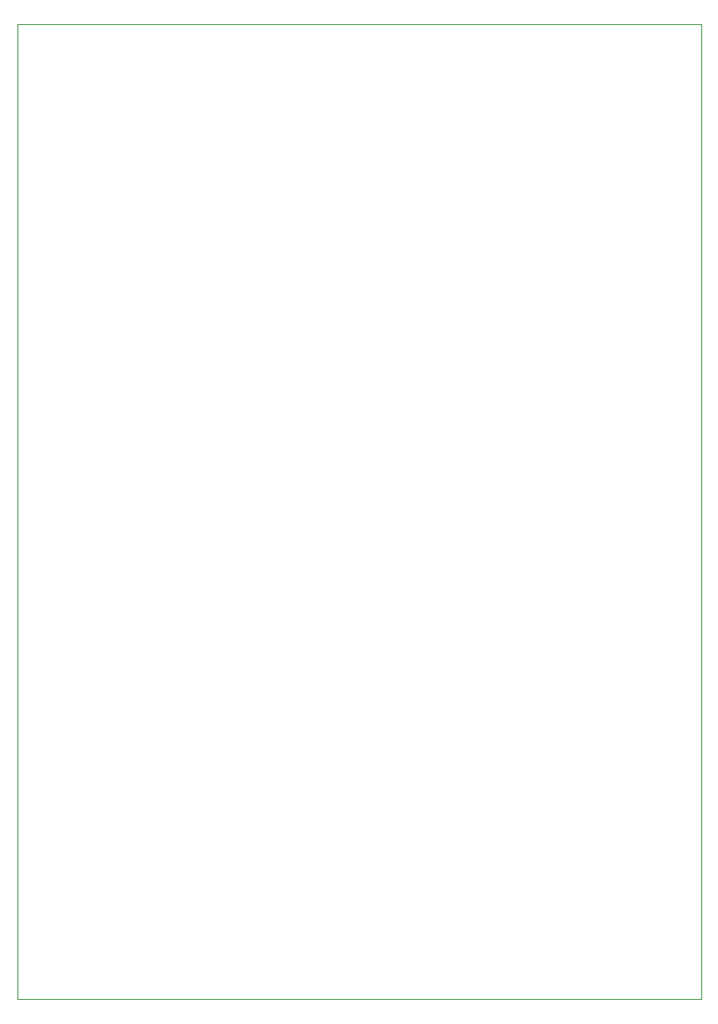
<source format=gbr>
%TF.GenerationSoftware,KiCad,Pcbnew,9.0.7*%
%TF.CreationDate,2026-02-10T08:41:33-05:00*%
%TF.ProjectId,funny-robot,66756e6e-792d-4726-9f62-6f742e6b6963,v1*%
%TF.SameCoordinates,Original*%
%TF.FileFunction,Profile,NP*%
%FSLAX46Y46*%
G04 Gerber Fmt 4.6, Leading zero omitted, Abs format (unit mm)*
G04 Created by KiCad (PCBNEW 9.0.7) date 2026-02-10 08:41:33*
%MOMM*%
%LPD*%
G01*
G04 APERTURE LIST*
%TA.AperFunction,Profile*%
%ADD10C,0.050000*%
%TD*%
G04 APERTURE END LIST*
D10*
X110500000Y-46000000D02*
X180000000Y-46000000D01*
X180000000Y-145000000D01*
X110500000Y-145000000D01*
X110500000Y-46000000D01*
M02*

</source>
